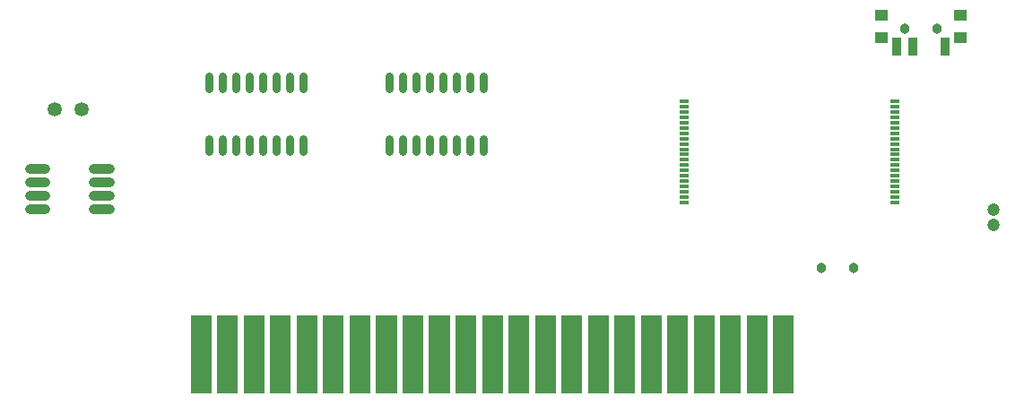
<source format=gts>
G04 Layer: TopSolderMaskLayer*
G04 EasyEDA v5.9.42, Mon, 13 May 2019 22:36:32 GMT*
G04 18fdc59d78804919a667ee1bdc29a187*
G04 Gerber Generator version 0.2*
G04 Scale: 100 percent, Rotated: No, Reflected: No *
G04 Dimensions in inches *
G04 leading zeros omitted , absolute positions ,2 integer and 4 decimal *
%FSLAX24Y24*%
%MOIN*%
G90*
G70D02*

%ADD25C,0.031622*%
%ADD26C,0.035559*%
%ADD27R,0.035560X0.015870*%
%ADD28C,0.047370*%
%ADD29C,0.053000*%
%ADD30R,0.047400X0.039500*%
%ADD31R,0.035600X0.067100*%
%ADD32C,0.038000*%

%LPD*%
G54D25*
G01X19351Y11458D02*
G01X19351Y11931D01*
G01X18851Y11458D02*
G01X18851Y11931D01*
G01X18351Y11458D02*
G01X18351Y11931D01*
G01X17851Y11458D02*
G01X17851Y11931D01*
G01X17351Y11458D02*
G01X17351Y11931D01*
G01X16851Y11458D02*
G01X16851Y11931D01*
G01X16351Y11458D02*
G01X16351Y11931D01*
G01X15851Y11458D02*
G01X15851Y11931D01*
G01X19351Y9118D02*
G01X19351Y9591D01*
G01X18851Y9118D02*
G01X18851Y9591D01*
G01X18351Y9118D02*
G01X18351Y9591D01*
G01X17851Y9118D02*
G01X17851Y9591D01*
G01X17351Y9118D02*
G01X17351Y9591D01*
G01X16851Y9118D02*
G01X16851Y9591D01*
G01X16351Y9118D02*
G01X16351Y9591D01*
G01X15851Y9118D02*
G01X15851Y9591D01*
G01X12651Y11458D02*
G01X12651Y11931D01*
G01X12151Y11458D02*
G01X12151Y11931D01*
G01X11651Y11458D02*
G01X11651Y11931D01*
G01X11151Y11458D02*
G01X11151Y11931D01*
G01X10651Y11458D02*
G01X10651Y11931D01*
G01X10151Y11458D02*
G01X10151Y11931D01*
G01X9651Y11458D02*
G01X9651Y11931D01*
G01X9151Y11458D02*
G01X9151Y11931D01*
G01X12651Y9118D02*
G01X12651Y9591D01*
G01X12151Y9118D02*
G01X12151Y9591D01*
G01X11651Y9118D02*
G01X11651Y9591D01*
G01X11151Y9118D02*
G01X11151Y9591D01*
G01X10651Y9118D02*
G01X10651Y9591D01*
G01X10151Y9118D02*
G01X10151Y9591D01*
G01X9651Y9118D02*
G01X9651Y9591D01*
G01X9151Y9118D02*
G01X9151Y9591D01*
G54D26*
G01X2466Y8474D02*
G01X3056Y8474D01*
G01X2466Y7974D02*
G01X3056Y7974D01*
G01X2466Y7474D02*
G01X3056Y7474D01*
G01X2466Y6974D02*
G01X3056Y6974D01*
G01X4846Y8474D02*
G01X5436Y8474D01*
G01X4846Y7974D02*
G01X5436Y7974D01*
G01X4846Y7474D02*
G01X5436Y7474D01*
G01X4846Y6974D02*
G01X5436Y6974D01*
G54D27*
G01X26811Y10974D03*
G01X26811Y10778D03*
G01X26811Y10581D03*
G01X26811Y10384D03*
G01X26811Y10187D03*
G01X26811Y9990D03*
G01X26811Y9793D03*
G01X26811Y9596D03*
G01X26811Y9400D03*
G01X26811Y9203D03*
G01X26811Y9006D03*
G01X26811Y8809D03*
G01X26811Y8612D03*
G01X26811Y8415D03*
G01X26811Y8218D03*
G01X26811Y8022D03*
G01X26811Y7825D03*
G01X26811Y7628D03*
G01X26811Y7431D03*
G01X26811Y7234D03*
G01X34646Y7234D03*
G01X34646Y7431D03*
G01X34646Y7628D03*
G01X34646Y7825D03*
G01X34646Y8022D03*
G01X34646Y8218D03*
G01X34646Y8415D03*
G01X34646Y8612D03*
G01X34646Y8809D03*
G01X34646Y9006D03*
G01X34646Y9203D03*
G01X34646Y9400D03*
G01X34646Y9596D03*
G01X34646Y9793D03*
G01X34646Y9990D03*
G01X34646Y10187D03*
G01X34646Y10384D03*
G01X34646Y10581D03*
G01X34646Y10778D03*
G01X34646Y10974D03*
G36*
G01X30127Y126D02*
G01X30127Y3021D01*
G01X30896Y3021D01*
G01X30896Y126D01*
G01X30127Y126D01*
G37*
G36*
G01X29142Y126D02*
G01X29142Y3021D01*
G01X29911Y3021D01*
G01X29911Y126D01*
G01X29142Y126D01*
G37*
G36*
G01X28158Y126D02*
G01X28158Y3021D01*
G01X28927Y3021D01*
G01X28927Y126D01*
G01X28158Y126D01*
G37*
G36*
G01X27174Y126D02*
G01X27174Y3021D01*
G01X27943Y3021D01*
G01X27943Y126D01*
G01X27174Y126D01*
G37*
G36*
G01X26190Y126D02*
G01X26190Y3021D01*
G01X26959Y3021D01*
G01X26959Y126D01*
G01X26190Y126D01*
G37*
G36*
G01X25205Y126D02*
G01X25205Y3021D01*
G01X25974Y3021D01*
G01X25974Y126D01*
G01X25205Y126D01*
G37*
G36*
G01X24221Y126D02*
G01X24221Y3021D01*
G01X24990Y3021D01*
G01X24990Y126D01*
G01X24221Y126D01*
G37*
G36*
G01X23237Y126D02*
G01X23237Y3021D01*
G01X24006Y3021D01*
G01X24006Y126D01*
G01X23237Y126D01*
G37*
G36*
G01X22253Y126D02*
G01X22253Y3021D01*
G01X23022Y3021D01*
G01X23022Y126D01*
G01X22253Y126D01*
G37*
G36*
G01X21268Y126D02*
G01X21268Y3021D01*
G01X22037Y3021D01*
G01X22037Y126D01*
G01X21268Y126D01*
G37*
G36*
G01X20284Y126D02*
G01X20284Y3021D01*
G01X21053Y3021D01*
G01X21053Y126D01*
G01X20284Y126D01*
G37*
G36*
G01X19300Y126D02*
G01X19300Y3021D01*
G01X20069Y3021D01*
G01X20069Y126D01*
G01X19300Y126D01*
G37*
G36*
G01X18316Y126D02*
G01X18316Y3021D01*
G01X19085Y3021D01*
G01X19085Y126D01*
G01X18316Y126D01*
G37*
G36*
G01X17331Y126D02*
G01X17331Y3021D01*
G01X18100Y3021D01*
G01X18100Y126D01*
G01X17331Y126D01*
G37*
G36*
G01X16347Y126D02*
G01X16347Y3021D01*
G01X17116Y3021D01*
G01X17116Y126D01*
G01X16347Y126D01*
G37*
G36*
G01X15363Y126D02*
G01X15363Y3021D01*
G01X16132Y3021D01*
G01X16132Y126D01*
G01X15363Y126D01*
G37*
G36*
G01X14379Y126D02*
G01X14379Y3021D01*
G01X15148Y3021D01*
G01X15148Y126D01*
G01X14379Y126D01*
G37*
G36*
G01X13394Y126D02*
G01X13394Y3021D01*
G01X14163Y3021D01*
G01X14163Y126D01*
G01X13394Y126D01*
G37*
G36*
G01X12410Y126D02*
G01X12410Y3021D01*
G01X13179Y3021D01*
G01X13179Y126D01*
G01X12410Y126D01*
G37*
G36*
G01X11426Y126D02*
G01X11426Y3021D01*
G01X12195Y3021D01*
G01X12195Y126D01*
G01X11426Y126D01*
G37*
G36*
G01X10442Y126D02*
G01X10442Y3021D01*
G01X11211Y3021D01*
G01X11211Y126D01*
G01X10442Y126D01*
G37*
G36*
G01X9457Y126D02*
G01X9457Y3021D01*
G01X10226Y3021D01*
G01X10226Y126D01*
G01X9457Y126D01*
G37*
G36*
G01X8473Y126D02*
G01X8473Y3021D01*
G01X9242Y3021D01*
G01X9242Y126D01*
G01X8473Y126D01*
G37*
G54D28*
G01X38311Y6374D03*
G01X38311Y6965D03*
G54D29*
G01X3411Y10674D03*
G01X4411Y10674D03*
G54D30*
G01X37071Y14204D03*
G01X37071Y13344D03*
G01X34151Y13344D03*
G01X34151Y14204D03*
G54D31*
G01X36501Y13034D03*
G01X35311Y13034D03*
G01X34721Y13034D03*
G54D32*
G01X35011Y13674D03*
G01X36211Y13674D03*
G01X31911Y4774D03*
G01X33111Y4774D03*
M00*
M02*

</source>
